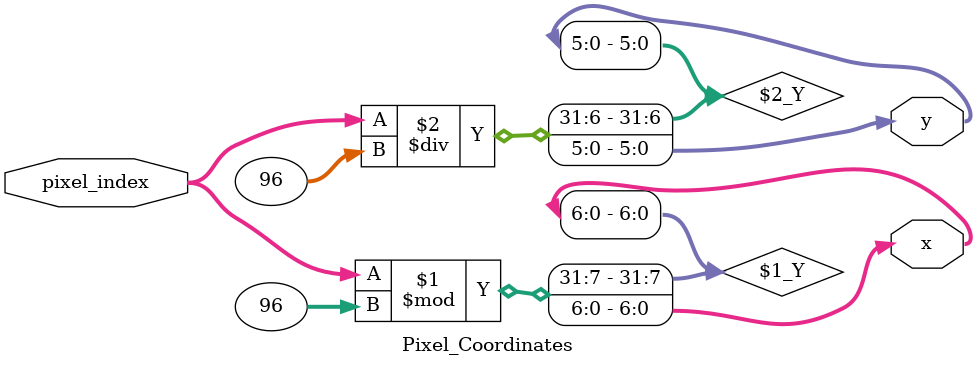
<source format=v>
`timescale 1ns / 1ps


module Pixel_Coordinates(
        input [12:0] pixel_index,
        output [6:0] x,
        output [5:0] y
    );
    
    assign x = pixel_index % 96;
    assign y = pixel_index / 96;
endmodule

</source>
